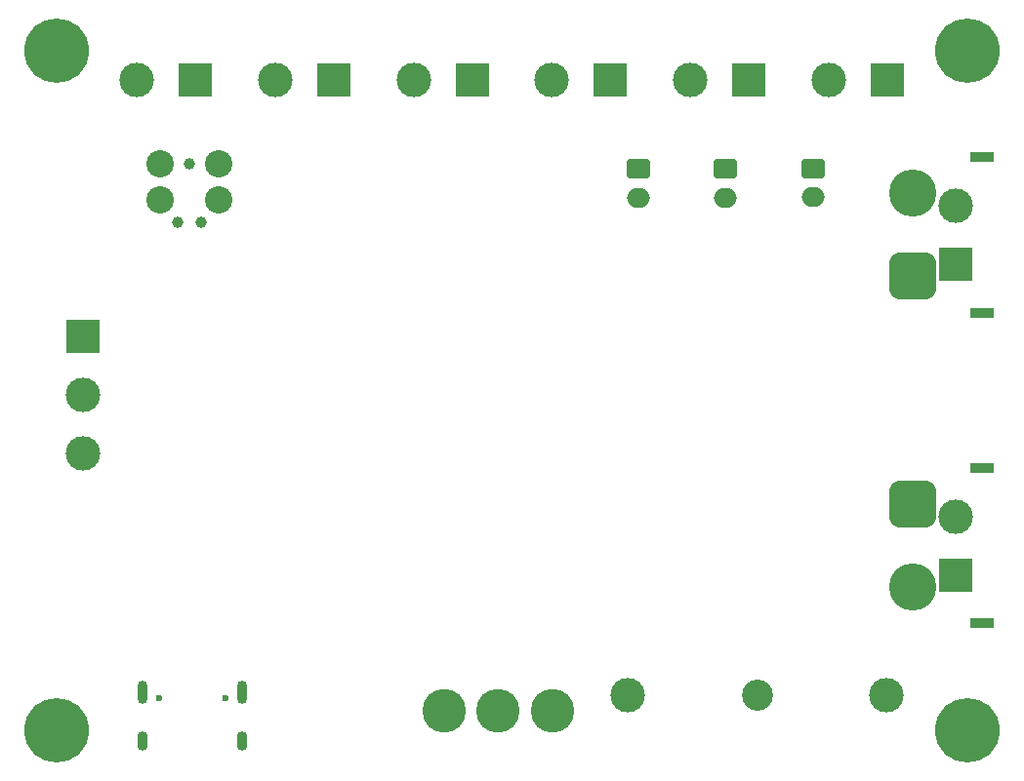
<source format=gbr>
%TF.GenerationSoftware,KiCad,Pcbnew,7.0.1*%
%TF.CreationDate,2023-07-17T00:50:59+01:00*%
%TF.ProjectId,Power Board,506f7765-7220-4426-9f61-72642e6b6963,rev?*%
%TF.SameCoordinates,Original*%
%TF.FileFunction,Soldermask,Bot*%
%TF.FilePolarity,Negative*%
%FSLAX46Y46*%
G04 Gerber Fmt 4.6, Leading zero omitted, Abs format (unit mm)*
G04 Created by KiCad (PCBNEW 7.0.1) date 2023-07-17 00:50:59*
%MOMM*%
%LPD*%
G01*
G04 APERTURE LIST*
G04 Aperture macros list*
%AMRoundRect*
0 Rectangle with rounded corners*
0 $1 Rounding radius*
0 $2 $3 $4 $5 $6 $7 $8 $9 X,Y pos of 4 corners*
0 Add a 4 corners polygon primitive as box body*
4,1,4,$2,$3,$4,$5,$6,$7,$8,$9,$2,$3,0*
0 Add four circle primitives for the rounded corners*
1,1,$1+$1,$2,$3*
1,1,$1+$1,$4,$5*
1,1,$1+$1,$6,$7*
1,1,$1+$1,$8,$9*
0 Add four rect primitives between the rounded corners*
20,1,$1+$1,$2,$3,$4,$5,0*
20,1,$1+$1,$4,$5,$6,$7,0*
20,1,$1+$1,$6,$7,$8,$9,0*
20,1,$1+$1,$8,$9,$2,$3,0*%
G04 Aperture macros list end*
%ADD10R,3.000000X3.000000*%
%ADD11C,3.000000*%
%ADD12C,3.781000*%
%ADD13RoundRect,1.025000X-1.025000X1.025000X-1.025000X-1.025000X1.025000X-1.025000X1.025000X1.025000X0*%
%ADD14C,4.100000*%
%ADD15R,2.000000X0.900000*%
%ADD16C,2.700000*%
%ADD17C,5.600000*%
%ADD18C,0.600000*%
%ADD19O,0.900000X2.000000*%
%ADD20O,0.900000X1.700000*%
%ADD21RoundRect,0.250000X-0.750000X0.600000X-0.750000X-0.600000X0.750000X-0.600000X0.750000X0.600000X0*%
%ADD22O,2.000000X1.700000*%
%ADD23C,2.374900*%
%ADD24C,0.990600*%
G04 APERTURE END LIST*
D10*
%TO.C,J214*%
X148540000Y-73000000D03*
D11*
X143460000Y-73000000D03*
%TD*%
D12*
%TO.C,SW201*%
X146101000Y-127800000D03*
X150800000Y-127800000D03*
X155499000Y-127800000D03*
%TD*%
D10*
%TO.C,J215*%
X190500000Y-89040000D03*
D11*
X190500000Y-83960000D03*
%TD*%
D10*
%TO.C,J204*%
X190500000Y-116040000D03*
D11*
X190500000Y-110960000D03*
%TD*%
D13*
%TO.C,J201*%
X186750000Y-90100000D03*
D14*
X186750000Y-82900000D03*
D15*
X192750000Y-93250000D03*
X192750000Y-79750000D03*
%TD*%
D16*
%TO.C,F201*%
X173250000Y-126500000D03*
D11*
X184500000Y-126500000D03*
X162000000Y-126500000D03*
%TD*%
D10*
%TO.C,J211*%
X136540000Y-73000000D03*
D11*
X131460000Y-73000000D03*
%TD*%
D10*
%TO.C,J207*%
X160540000Y-73000000D03*
D11*
X155460000Y-73000000D03*
%TD*%
D10*
%TO.C,J213*%
X184540000Y-73000000D03*
D11*
X179460000Y-73000000D03*
%TD*%
D10*
%TO.C,J208*%
X124540000Y-73000000D03*
D11*
X119460000Y-73000000D03*
%TD*%
D10*
%TO.C,J303*%
X114750000Y-95340000D03*
D11*
X114750000Y-100420000D03*
X114750000Y-105500000D03*
%TD*%
D10*
%TO.C,J210*%
X172540000Y-73000000D03*
D11*
X167460000Y-73000000D03*
%TD*%
D17*
%TO.C,H101*%
X191500000Y-70500000D03*
%TD*%
D18*
%TO.C,J302*%
X121360000Y-126732500D03*
X127140000Y-126732500D03*
D19*
X119925000Y-126242500D03*
X128575000Y-126242500D03*
D20*
X119925000Y-130412500D03*
X128575000Y-130412500D03*
%TD*%
D21*
%TO.C,J206*%
X170500000Y-80750000D03*
D22*
X170500000Y-83250000D03*
%TD*%
D23*
%TO.C,J301*%
X126540000Y-80310000D03*
D24*
X124000000Y-80310000D03*
D23*
X121460000Y-80310000D03*
X126540000Y-83485000D03*
X121460000Y-83485000D03*
D24*
X125016000Y-85390000D03*
X122984000Y-85390000D03*
%TD*%
D17*
%TO.C,H102*%
X112500000Y-70500000D03*
%TD*%
D21*
%TO.C,J202*%
X178125000Y-80725000D03*
D22*
X178125000Y-83225000D03*
%TD*%
D17*
%TO.C,H104*%
X112500000Y-129500000D03*
%TD*%
D21*
%TO.C,J205*%
X162925000Y-80750000D03*
D22*
X162925000Y-83250000D03*
%TD*%
D17*
%TO.C,H103*%
X191500000Y-129500000D03*
%TD*%
D13*
%TO.C,J203*%
X186750000Y-109860000D03*
D14*
X186750000Y-117060000D03*
D15*
X192750000Y-106710000D03*
X192750000Y-120210000D03*
%TD*%
M02*

</source>
